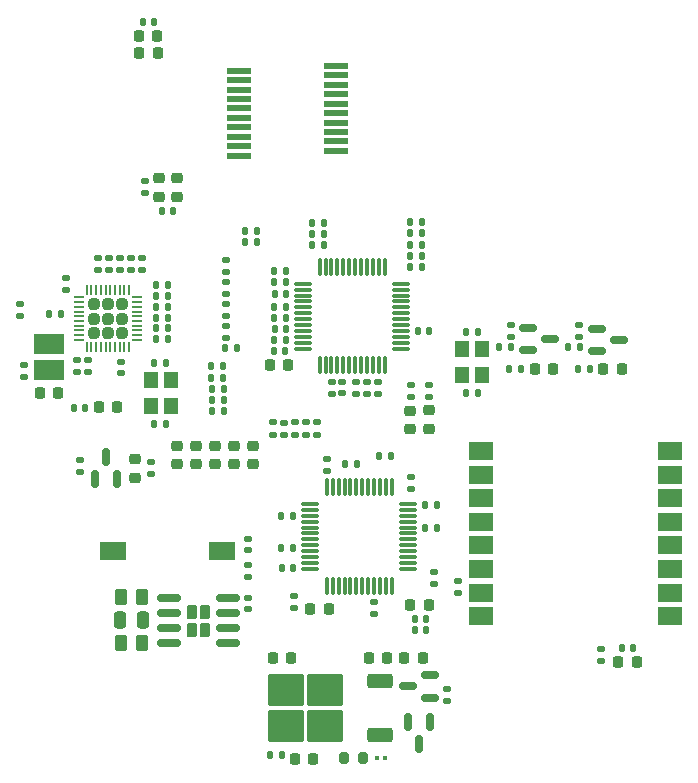
<source format=gbr>
%TF.GenerationSoftware,KiCad,Pcbnew,8.0.5*%
%TF.CreationDate,2025-11-07T08:13:22-03:00*%
%TF.ProjectId,sfp_moduloIC,7366705f-6d6f-4647-956c-6f49432e6b69,v1.0*%
%TF.SameCoordinates,Original*%
%TF.FileFunction,Paste,Top*%
%TF.FilePolarity,Positive*%
%FSLAX46Y46*%
G04 Gerber Fmt 4.6, Leading zero omitted, Abs format (unit mm)*
G04 Created by KiCad (PCBNEW 8.0.5) date 2025-11-07 08:13:22*
%MOMM*%
%LPD*%
G01*
G04 APERTURE LIST*
G04 Aperture macros list*
%AMRoundRect*
0 Rectangle with rounded corners*
0 $1 Rounding radius*
0 $2 $3 $4 $5 $6 $7 $8 $9 X,Y pos of 4 corners*
0 Add a 4 corners polygon primitive as box body*
4,1,4,$2,$3,$4,$5,$6,$7,$8,$9,$2,$3,0*
0 Add four circle primitives for the rounded corners*
1,1,$1+$1,$2,$3*
1,1,$1+$1,$4,$5*
1,1,$1+$1,$6,$7*
1,1,$1+$1,$8,$9*
0 Add four rect primitives between the rounded corners*
20,1,$1+$1,$2,$3,$4,$5,0*
20,1,$1+$1,$4,$5,$6,$7,0*
20,1,$1+$1,$6,$7,$8,$9,0*
20,1,$1+$1,$8,$9,$2,$3,0*%
G04 Aperture macros list end*
%ADD10RoundRect,0.140000X-0.140000X-0.170000X0.140000X-0.170000X0.140000X0.170000X-0.140000X0.170000X0*%
%ADD11RoundRect,0.225000X0.225000X0.250000X-0.225000X0.250000X-0.225000X-0.250000X0.225000X-0.250000X0*%
%ADD12RoundRect,0.140000X-0.170000X0.140000X-0.170000X-0.140000X0.170000X-0.140000X0.170000X0.140000X0*%
%ADD13RoundRect,0.150000X-0.587500X-0.150000X0.587500X-0.150000X0.587500X0.150000X-0.587500X0.150000X0*%
%ADD14RoundRect,0.140000X0.140000X0.170000X-0.140000X0.170000X-0.140000X-0.170000X0.140000X-0.170000X0*%
%ADD15RoundRect,0.150000X-0.150000X0.587500X-0.150000X-0.587500X0.150000X-0.587500X0.150000X0.587500X0*%
%ADD16RoundRect,0.218750X0.218750X0.256250X-0.218750X0.256250X-0.218750X-0.256250X0.218750X-0.256250X0*%
%ADD17RoundRect,0.242500X-0.242500X0.242500X-0.242500X-0.242500X0.242500X-0.242500X0.242500X0.242500X0*%
%ADD18RoundRect,0.062500X-0.062500X0.350000X-0.062500X-0.350000X0.062500X-0.350000X0.062500X0.350000X0*%
%ADD19RoundRect,0.062500X-0.350000X0.062500X-0.350000X-0.062500X0.350000X-0.062500X0.350000X0.062500X0*%
%ADD20RoundRect,0.218750X-0.256250X0.218750X-0.256250X-0.218750X0.256250X-0.218750X0.256250X0.218750X0*%
%ADD21RoundRect,0.135000X0.135000X0.185000X-0.135000X0.185000X-0.135000X-0.185000X0.135000X-0.185000X0*%
%ADD22RoundRect,0.135000X-0.185000X0.135000X-0.185000X-0.135000X0.185000X-0.135000X0.185000X0.135000X0*%
%ADD23RoundRect,0.140000X0.170000X-0.140000X0.170000X0.140000X-0.170000X0.140000X-0.170000X-0.140000X0*%
%ADD24RoundRect,0.135000X-0.135000X-0.185000X0.135000X-0.185000X0.135000X0.185000X-0.135000X0.185000X0*%
%ADD25RoundRect,0.135000X0.185000X-0.135000X0.185000X0.135000X-0.185000X0.135000X-0.185000X-0.135000X0*%
%ADD26RoundRect,0.218750X0.256250X-0.218750X0.256250X0.218750X-0.256250X0.218750X-0.256250X-0.218750X0*%
%ADD27RoundRect,0.150000X0.150000X-0.587500X0.150000X0.587500X-0.150000X0.587500X-0.150000X-0.587500X0*%
%ADD28RoundRect,0.225000X-0.225000X-0.250000X0.225000X-0.250000X0.225000X0.250000X-0.225000X0.250000X0*%
%ADD29R,2.000000X0.500000*%
%ADD30RoundRect,0.250000X0.262500X0.450000X-0.262500X0.450000X-0.262500X-0.450000X0.262500X-0.450000X0*%
%ADD31R,1.200000X1.400000*%
%ADD32R,2.000000X1.500000*%
%ADD33RoundRect,0.250000X-0.262500X-0.450000X0.262500X-0.450000X0.262500X0.450000X-0.262500X0.450000X0*%
%ADD34RoundRect,0.200000X-0.200000X-0.275000X0.200000X-0.275000X0.200000X0.275000X-0.200000X0.275000X0*%
%ADD35RoundRect,0.230000X-0.230000X-0.375000X0.230000X-0.375000X0.230000X0.375000X-0.230000X0.375000X0*%
%ADD36RoundRect,0.150000X-0.825000X-0.150000X0.825000X-0.150000X0.825000X0.150000X-0.825000X0.150000X0*%
%ADD37RoundRect,0.225000X-0.250000X0.225000X-0.250000X-0.225000X0.250000X-0.225000X0.250000X0.225000X0*%
%ADD38R,2.180000X1.600000*%
%ADD39RoundRect,0.150000X0.587500X0.150000X-0.587500X0.150000X-0.587500X-0.150000X0.587500X-0.150000X0*%
%ADD40R,2.650000X1.800000*%
%ADD41RoundRect,0.250000X0.850000X0.350000X-0.850000X0.350000X-0.850000X-0.350000X0.850000X-0.350000X0*%
%ADD42RoundRect,0.250000X1.275000X1.125000X-1.275000X1.125000X-1.275000X-1.125000X1.275000X-1.125000X0*%
%ADD43RoundRect,0.079500X-0.079500X-0.100500X0.079500X-0.100500X0.079500X0.100500X-0.079500X0.100500X0*%
%ADD44RoundRect,0.250000X-0.250000X-0.475000X0.250000X-0.475000X0.250000X0.475000X-0.250000X0.475000X0*%
%ADD45RoundRect,0.075000X0.075000X-0.662500X0.075000X0.662500X-0.075000X0.662500X-0.075000X-0.662500X0*%
%ADD46RoundRect,0.075000X0.662500X-0.075000X0.662500X0.075000X-0.662500X0.075000X-0.662500X-0.075000X0*%
%ADD47RoundRect,0.075000X-0.662500X-0.075000X0.662500X-0.075000X0.662500X0.075000X-0.662500X0.075000X0*%
%ADD48RoundRect,0.075000X-0.075000X-0.662500X0.075000X-0.662500X0.075000X0.662500X-0.075000X0.662500X0*%
G04 APERTURE END LIST*
D10*
%TO.C,C36*%
X150570001Y-104300000D03*
X151530001Y-104300000D03*
%TD*%
D11*
%TO.C,C11*%
X148265001Y-107570000D03*
X146715001Y-107570000D03*
%TD*%
D12*
%TO.C,C14*%
X147442501Y-84250000D03*
X147442501Y-85210000D03*
%TD*%
D13*
%TO.C,Q4*%
X160181701Y-79660750D03*
X160181701Y-81560750D03*
X162056701Y-80610750D03*
%TD*%
D14*
%TO.C,C9*%
X139630001Y-81610000D03*
X138670001Y-81610000D03*
%TD*%
D15*
%TO.C,Q1*%
X151870001Y-113000000D03*
X149970001Y-113000000D03*
X150920001Y-114875000D03*
%TD*%
D10*
%TO.C,C34*%
X128690001Y-79695000D03*
X129650001Y-79695000D03*
%TD*%
%TO.C,C18*%
X128690001Y-75995000D03*
X129650001Y-75995000D03*
%TD*%
D16*
%TO.C,D4*%
X141997500Y-116130000D03*
X140422500Y-116130000D03*
%TD*%
%TO.C,D12*%
X168104201Y-83155750D03*
X166529201Y-83155750D03*
%TD*%
D17*
%TO.C,U5*%
X125802501Y-77665000D03*
X124602501Y-77665000D03*
X123402501Y-77665000D03*
X125802501Y-78865000D03*
X124602501Y-78865000D03*
X123402501Y-78865000D03*
X125802501Y-80065000D03*
X124602501Y-80065000D03*
X123402501Y-80065000D03*
D18*
X126402501Y-76427500D03*
X126002501Y-76427500D03*
X125602501Y-76427500D03*
X125202501Y-76427500D03*
X124802501Y-76427500D03*
X124402501Y-76427500D03*
X124002501Y-76427500D03*
X123602501Y-76427500D03*
X123202501Y-76427500D03*
X122802501Y-76427500D03*
D19*
X122165001Y-77065000D03*
X122165001Y-77465000D03*
X122165001Y-77865000D03*
X122165001Y-78265000D03*
X122165001Y-78665000D03*
X122165001Y-79065000D03*
X122165001Y-79465000D03*
X122165001Y-79865000D03*
X122165001Y-80265000D03*
X122165001Y-80665000D03*
D18*
X122802501Y-81302500D03*
X123202501Y-81302500D03*
X123602501Y-81302500D03*
X124002501Y-81302500D03*
X124402501Y-81302500D03*
X124802501Y-81302500D03*
X125202501Y-81302500D03*
X125602501Y-81302500D03*
X126002501Y-81302500D03*
X126402501Y-81302500D03*
D19*
X127040001Y-80665000D03*
X127040001Y-80265000D03*
X127040001Y-79865000D03*
X127040001Y-79465000D03*
X127040001Y-79065000D03*
X127040001Y-78665000D03*
X127040001Y-78265000D03*
X127040001Y-77865000D03*
X127040001Y-77465000D03*
X127040001Y-77065000D03*
%TD*%
D14*
%TO.C,C45*%
X122685001Y-86410000D03*
X121725001Y-86410000D03*
%TD*%
D20*
%TO.C,D11*%
X130480001Y-89615000D03*
X130480001Y-91190000D03*
%TD*%
D10*
%TO.C,C3*%
X154940001Y-85140000D03*
X155900001Y-85140000D03*
%TD*%
D21*
%TO.C,R17*%
X142920001Y-71690000D03*
X141900001Y-71690000D03*
%TD*%
D22*
%TO.C,R55*%
X164524201Y-79390750D03*
X164524201Y-80410750D03*
%TD*%
D14*
%TO.C,C4*%
X155900001Y-80010000D03*
X154940001Y-80010000D03*
%TD*%
D22*
%TO.C,R43*%
X139490001Y-87670000D03*
X139490001Y-88690000D03*
%TD*%
D23*
%TO.C,C46*%
X136460001Y-98490000D03*
X136460001Y-97530000D03*
%TD*%
D14*
%TO.C,C2*%
X139690001Y-76820000D03*
X138730001Y-76820000D03*
%TD*%
D21*
%TO.C,R18*%
X142920001Y-72640000D03*
X141900001Y-72640000D03*
%TD*%
%TO.C,R60*%
X164574201Y-81300750D03*
X163554201Y-81300750D03*
%TD*%
D23*
%TO.C,C25*%
X123730001Y-74710000D03*
X123730001Y-73750000D03*
%TD*%
D24*
%TO.C,R32*%
X138620001Y-80660000D03*
X139640001Y-80660000D03*
%TD*%
D20*
%TO.C,D7*%
X136880001Y-89622500D03*
X136880001Y-91197500D03*
%TD*%
D22*
%TO.C,R30*%
X134595500Y-75764501D03*
X134595500Y-76784501D03*
%TD*%
D24*
%TO.C,R13*%
X150150001Y-72610000D03*
X151170001Y-72610000D03*
%TD*%
D14*
%TO.C,C5*%
X139690001Y-79730000D03*
X138730001Y-79730000D03*
%TD*%
D16*
%TO.C,D5*%
X143315001Y-103420000D03*
X141740001Y-103420000D03*
%TD*%
D20*
%TO.C,D9*%
X133680001Y-89622500D03*
X133680001Y-91197500D03*
%TD*%
D22*
%TO.C,R26*%
X151798801Y-84487600D03*
X151798801Y-85507600D03*
%TD*%
D10*
%TO.C,C22*%
X134540001Y-81390000D03*
X135500001Y-81390000D03*
%TD*%
D20*
%TO.C,D6*%
X126910001Y-90762500D03*
X126910001Y-92337500D03*
%TD*%
D25*
%TO.C,R29*%
X134595500Y-80504501D03*
X134595500Y-79484501D03*
%TD*%
D20*
%TO.C,D10*%
X132080001Y-89622500D03*
X132080001Y-91197500D03*
%TD*%
D12*
%TO.C,C51*%
X166372501Y-106880000D03*
X166372501Y-107840000D03*
%TD*%
D21*
%TO.C,R23*%
X139700001Y-77850000D03*
X138680001Y-77850000D03*
%TD*%
D14*
%TO.C,C31*%
X140297501Y-100010000D03*
X139337501Y-100010000D03*
%TD*%
D22*
%TO.C,R46*%
X142320001Y-87660000D03*
X142320001Y-88680000D03*
%TD*%
D12*
%TO.C,C6*%
X143532501Y-84250000D03*
X143532501Y-85210000D03*
%TD*%
D10*
%TO.C,C39*%
X150570001Y-105220000D03*
X151530001Y-105220000D03*
%TD*%
D11*
%TO.C,C48*%
X128785001Y-54940000D03*
X127235001Y-54940000D03*
%TD*%
D26*
%TO.C,L3*%
X130470001Y-68550000D03*
X130470001Y-66975000D03*
%TD*%
D21*
%TO.C,R62*%
X158734201Y-81300750D03*
X157714201Y-81300750D03*
%TD*%
%TO.C,R61*%
X159614201Y-83090750D03*
X158594201Y-83090750D03*
%TD*%
D22*
%TO.C,R44*%
X140430001Y-87660000D03*
X140430001Y-88680000D03*
%TD*%
D12*
%TO.C,C16*%
X136447501Y-102533750D03*
X136447501Y-103493750D03*
%TD*%
D27*
%TO.C,Q2*%
X123470001Y-92427500D03*
X125370001Y-92427500D03*
X124420001Y-90552500D03*
%TD*%
D16*
%TO.C,D13*%
X162319201Y-83110750D03*
X160744201Y-83110750D03*
%TD*%
D24*
%TO.C,R51*%
X151450001Y-96590000D03*
X152470001Y-96590000D03*
%TD*%
D12*
%TO.C,C37*%
X125670001Y-82500000D03*
X125670001Y-83460000D03*
%TD*%
D10*
%TO.C,C20*%
X128690001Y-77845000D03*
X129650001Y-77845000D03*
%TD*%
D28*
%TO.C,C53*%
X167802501Y-107950000D03*
X169352501Y-107950000D03*
%TD*%
D12*
%TO.C,C32*%
X122910001Y-82400000D03*
X122910001Y-83360000D03*
%TD*%
D29*
%TO.C,J6*%
X143915001Y-64670000D03*
X143915001Y-63870000D03*
X143915001Y-63070000D03*
X143915001Y-62270000D03*
X143915001Y-61470000D03*
X143915001Y-60670000D03*
X143915001Y-59870000D03*
X143915001Y-59070000D03*
X143915001Y-58270000D03*
X143915001Y-57470000D03*
X135715001Y-57870000D03*
X135715001Y-58670000D03*
X135715001Y-59470000D03*
X135715001Y-60270000D03*
X135715001Y-61070000D03*
X135715001Y-61870000D03*
X135715001Y-62670000D03*
X135715001Y-63470000D03*
X135715001Y-64270000D03*
X135715001Y-65070000D03*
%TD*%
D28*
%TO.C,C42*%
X150205001Y-103100000D03*
X151755001Y-103100000D03*
%TD*%
D10*
%TO.C,C23*%
X128540001Y-87760000D03*
X129500001Y-87760000D03*
%TD*%
D26*
%TO.C,D2*%
X150190001Y-88230000D03*
X150190001Y-86655000D03*
%TD*%
D30*
%TO.C,R1*%
X127510001Y-106350000D03*
X125685001Y-106350000D03*
%TD*%
D21*
%TO.C,R24*%
X139700001Y-78800000D03*
X138680001Y-78800000D03*
%TD*%
D10*
%TO.C,C21*%
X128690001Y-78775000D03*
X129650001Y-78775000D03*
%TD*%
D21*
%TO.C,R37*%
X134370001Y-82900000D03*
X133350001Y-82900000D03*
%TD*%
D20*
%TO.C,D8*%
X135280001Y-89620000D03*
X135280001Y-91195000D03*
%TD*%
D31*
%TO.C,Y2*%
X128240001Y-84100000D03*
X128240001Y-86300000D03*
X129940001Y-86300000D03*
X129940001Y-84100000D03*
%TD*%
D24*
%TO.C,R11*%
X150150001Y-74500000D03*
X151170001Y-74500000D03*
%TD*%
D21*
%TO.C,R8*%
X148605201Y-90475600D03*
X147585201Y-90475600D03*
%TD*%
%TO.C,R58*%
X137210001Y-71440000D03*
X136190001Y-71440000D03*
%TD*%
D23*
%TO.C,C28*%
X125580001Y-74720000D03*
X125580001Y-73760000D03*
%TD*%
D10*
%TO.C,C1*%
X150852501Y-79910000D03*
X151812501Y-79910000D03*
%TD*%
D32*
%TO.C,U6*%
X172160001Y-104070000D03*
X172160001Y-102070000D03*
X172160001Y-100070000D03*
X172160001Y-98070000D03*
X172160001Y-96070000D03*
X172160001Y-94070000D03*
X172160001Y-92070000D03*
X172160001Y-90070000D03*
X156160001Y-90070000D03*
X156160001Y-92070000D03*
X156160001Y-94070000D03*
X156160001Y-96070000D03*
X156160001Y-98070000D03*
X156160001Y-100070000D03*
X156160001Y-102070000D03*
X156160001Y-104070000D03*
%TD*%
D28*
%TO.C,C12*%
X149685001Y-107560000D03*
X151235001Y-107560000D03*
%TD*%
D33*
%TO.C,R19*%
X125677501Y-102470000D03*
X127502501Y-102470000D03*
%TD*%
D28*
%TO.C,C17*%
X138565000Y-107575000D03*
X140115000Y-107575000D03*
%TD*%
D10*
%TO.C,C26*%
X128690001Y-80625000D03*
X129650001Y-80625000D03*
%TD*%
D22*
%TO.C,R45*%
X141370001Y-87660000D03*
X141370001Y-88680000D03*
%TD*%
D21*
%TO.C,R22*%
X139700001Y-75790000D03*
X138680001Y-75790000D03*
%TD*%
%TO.C,R21*%
X139700001Y-74830000D03*
X138680001Y-74830000D03*
%TD*%
D16*
%TO.C,L2*%
X128797501Y-56400000D03*
X127222501Y-56400000D03*
%TD*%
D34*
%TO.C,R27*%
X144585000Y-116045000D03*
X146235000Y-116045000D03*
%TD*%
D12*
%TO.C,C33*%
X147127501Y-102900000D03*
X147127501Y-103860000D03*
%TD*%
D24*
%TO.C,R15*%
X150150001Y-70720000D03*
X151170001Y-70720000D03*
%TD*%
D22*
%TO.C,R10*%
X152220001Y-100310000D03*
X152220001Y-101330000D03*
%TD*%
%TO.C,R36*%
X122240001Y-90822500D03*
X122240001Y-91842500D03*
%TD*%
D23*
%TO.C,C27*%
X143180001Y-91730000D03*
X143180001Y-90770000D03*
%TD*%
D21*
%TO.C,R38*%
X134380001Y-83860000D03*
X133360001Y-83860000D03*
%TD*%
%TO.C,R35*%
X140310001Y-95550000D03*
X139290001Y-95550000D03*
%TD*%
D25*
%TO.C,R49*%
X126520001Y-74770000D03*
X126520001Y-73750000D03*
%TD*%
%TO.C,R47*%
X128210001Y-92060000D03*
X128210001Y-91040000D03*
%TD*%
D26*
%TO.C,D3*%
X151808801Y-88195100D03*
X151808801Y-86620100D03*
%TD*%
D31*
%TO.C,Y1*%
X154570001Y-81470000D03*
X154570001Y-83670000D03*
X156270001Y-83670000D03*
X156270001Y-81470000D03*
%TD*%
D25*
%TO.C,R28*%
X134605500Y-74914501D03*
X134605500Y-73894501D03*
%TD*%
D12*
%TO.C,C40*%
X121970001Y-82400000D03*
X121970001Y-83360000D03*
%TD*%
D21*
%TO.C,R39*%
X134390001Y-84800000D03*
X133370001Y-84800000D03*
%TD*%
%TO.C,R57*%
X137210001Y-72390000D03*
X136190001Y-72390000D03*
%TD*%
D35*
%TO.C,U1*%
X131710001Y-103690000D03*
X131710001Y-105190000D03*
X132850001Y-103690000D03*
X132850001Y-105190000D03*
D36*
X129805001Y-102535000D03*
X129805001Y-103805000D03*
X129805001Y-105075000D03*
X129805001Y-106345000D03*
X134755001Y-106345000D03*
X134755001Y-105075000D03*
X134755001Y-103805000D03*
X134755001Y-102535000D03*
%TD*%
D37*
%TO.C,C55*%
X128920001Y-66987500D03*
X128920001Y-68537500D03*
%TD*%
D14*
%TO.C,C24*%
X129500001Y-82640000D03*
X128540001Y-82640000D03*
%TD*%
D12*
%TO.C,C7*%
X144452501Y-84240000D03*
X144452501Y-85200000D03*
%TD*%
D14*
%TO.C,C49*%
X128500001Y-53750000D03*
X127540001Y-53750000D03*
%TD*%
D22*
%TO.C,R7*%
X153300001Y-110260001D03*
X153300001Y-111280001D03*
%TD*%
D13*
%TO.C,Q3*%
X165984201Y-79730750D03*
X165984201Y-81630750D03*
X167859201Y-80680750D03*
%TD*%
D10*
%TO.C,C29*%
X151467501Y-94620000D03*
X152427501Y-94620000D03*
%TD*%
D21*
%TO.C,R50*%
X140310001Y-98330000D03*
X139290001Y-98330000D03*
%TD*%
%TO.C,R54*%
X145709601Y-91136000D03*
X144689601Y-91136000D03*
%TD*%
D14*
%TO.C,C52*%
X130150001Y-69722500D03*
X129190001Y-69722500D03*
%TD*%
D23*
%TO.C,C35*%
X121018801Y-76420000D03*
X121018801Y-75460000D03*
%TD*%
D28*
%TO.C,C47*%
X123820001Y-86390000D03*
X125370001Y-86390000D03*
%TD*%
D21*
%TO.C,R40*%
X134400001Y-85750000D03*
X133380001Y-85750000D03*
%TD*%
D22*
%TO.C,R52*%
X136450001Y-99720000D03*
X136450001Y-100740000D03*
%TD*%
D38*
%TO.C,SW1*%
X125040001Y-98500000D03*
X134220001Y-98500000D03*
%TD*%
D21*
%TO.C,R56*%
X165404201Y-83160750D03*
X164384201Y-83160750D03*
%TD*%
%TO.C,R33*%
X139300000Y-115785000D03*
X138280000Y-115785000D03*
%TD*%
D25*
%TO.C,R34*%
X140370001Y-103410000D03*
X140370001Y-102390000D03*
%TD*%
D23*
%TO.C,C30*%
X127450001Y-74720000D03*
X127450001Y-73760000D03*
%TD*%
D22*
%TO.C,R25*%
X150228801Y-84507600D03*
X150228801Y-85527600D03*
%TD*%
D10*
%TO.C,C19*%
X128690001Y-76915000D03*
X129650001Y-76915000D03*
%TD*%
D24*
%TO.C,R14*%
X150150001Y-71660000D03*
X151170001Y-71660000D03*
%TD*%
D22*
%TO.C,R48*%
X117190001Y-77600000D03*
X117190001Y-78620000D03*
%TD*%
D12*
%TO.C,C54*%
X127730001Y-67242500D03*
X127730001Y-68202500D03*
%TD*%
D22*
%TO.C,R9*%
X150250001Y-92290000D03*
X150250001Y-93310000D03*
%TD*%
D39*
%TO.C,D1*%
X151840001Y-110950000D03*
X151840001Y-109050000D03*
X149965001Y-110000000D03*
%TD*%
D21*
%TO.C,R16*%
X142920001Y-70750000D03*
X141900001Y-70750000D03*
%TD*%
D40*
%TO.C,L1*%
X119610001Y-83210000D03*
X119610001Y-81010000D03*
%TD*%
D41*
%TO.C,U3*%
X147610001Y-114090000D03*
D42*
X142985001Y-113335000D03*
X142985001Y-110285000D03*
X139635001Y-113335000D03*
X139635001Y-110285000D03*
D41*
X147610001Y-109530000D03*
%TD*%
D12*
%TO.C,C15*%
X145582501Y-84252500D03*
X145582501Y-85212500D03*
%TD*%
D22*
%TO.C,R31*%
X134595500Y-77624501D03*
X134595500Y-78644501D03*
%TD*%
D25*
%TO.C,R53*%
X154270001Y-102060000D03*
X154270001Y-101040000D03*
%TD*%
D11*
%TO.C,C10*%
X139880001Y-82800000D03*
X138330001Y-82800000D03*
%TD*%
D43*
%TO.C,R20*%
X147375000Y-116045000D03*
X148065000Y-116045000D03*
%TD*%
D44*
%TO.C,C13*%
X125645001Y-104420000D03*
X127545001Y-104420000D03*
%TD*%
D45*
%TO.C,U4*%
X143130001Y-101472500D03*
X143630001Y-101472500D03*
X144130001Y-101472500D03*
X144630001Y-101472500D03*
X145130001Y-101472500D03*
X145630001Y-101472500D03*
X146130001Y-101472500D03*
X146630001Y-101472500D03*
X147130001Y-101472500D03*
X147630001Y-101472500D03*
X148130001Y-101472500D03*
X148630001Y-101472500D03*
D46*
X150042501Y-100060000D03*
X150042501Y-99560000D03*
X150042501Y-99060000D03*
X150042501Y-98560000D03*
X150042501Y-98060000D03*
X150042501Y-97560000D03*
X150042501Y-97060000D03*
X150042501Y-96560000D03*
X150042501Y-96060000D03*
X150042501Y-95560000D03*
X150042501Y-95060000D03*
X150042501Y-94560000D03*
D45*
X148630001Y-93147500D03*
X148130001Y-93147500D03*
X147630001Y-93147500D03*
X147130001Y-93147500D03*
X146630001Y-93147500D03*
X146130001Y-93147500D03*
X145630001Y-93147500D03*
X145130001Y-93147500D03*
X144630001Y-93147500D03*
X144130001Y-93147500D03*
X143630001Y-93147500D03*
X143130001Y-93147500D03*
D46*
X141717501Y-94560000D03*
X141717501Y-95060000D03*
X141717501Y-95560000D03*
X141717501Y-96060000D03*
X141717501Y-96560000D03*
X141717501Y-97060000D03*
X141717501Y-97560000D03*
X141717501Y-98060000D03*
X141717501Y-98560000D03*
X141717501Y-99060000D03*
X141717501Y-99560000D03*
X141717501Y-100060000D03*
%TD*%
D21*
%TO.C,R41*%
X134410001Y-86690000D03*
X133390001Y-86690000D03*
%TD*%
D14*
%TO.C,C43*%
X120605536Y-78506266D03*
X119645536Y-78506266D03*
%TD*%
D47*
%TO.C,U2*%
X141110001Y-75910000D03*
X141110001Y-76410000D03*
X141110001Y-76910000D03*
X141110001Y-77410000D03*
X141110001Y-77910000D03*
X141110001Y-78410000D03*
X141110001Y-78910000D03*
X141110001Y-79410000D03*
X141110001Y-79910000D03*
X141110001Y-80410000D03*
X141110001Y-80910000D03*
X141110001Y-81410000D03*
D48*
X142522501Y-82822500D03*
X143022501Y-82822500D03*
X143522501Y-82822500D03*
X144022501Y-82822500D03*
X144522501Y-82822500D03*
X145022501Y-82822500D03*
X145522501Y-82822500D03*
X146022501Y-82822500D03*
X146522501Y-82822500D03*
X147022501Y-82822500D03*
X147522501Y-82822500D03*
X148022501Y-82822500D03*
D47*
X149435001Y-81410000D03*
X149435001Y-80910000D03*
X149435001Y-80410000D03*
X149435001Y-79910000D03*
X149435001Y-79410000D03*
X149435001Y-78910000D03*
X149435001Y-78410000D03*
X149435001Y-77910000D03*
X149435001Y-77410000D03*
X149435001Y-76910000D03*
X149435001Y-76410000D03*
X149435001Y-75910000D03*
D48*
X148022501Y-74497500D03*
X147522501Y-74497500D03*
X147022501Y-74497500D03*
X146522501Y-74497500D03*
X146022501Y-74497500D03*
X145522501Y-74497500D03*
X145022501Y-74497500D03*
X144522501Y-74497500D03*
X144022501Y-74497500D03*
X143522501Y-74497500D03*
X143022501Y-74497500D03*
X142522501Y-74497500D03*
%TD*%
D24*
%TO.C,R12*%
X150150001Y-73560000D03*
X151170001Y-73560000D03*
%TD*%
D22*
%TO.C,R59*%
X158721701Y-79380750D03*
X158721701Y-80400750D03*
%TD*%
%TO.C,R42*%
X138550001Y-87660000D03*
X138550001Y-88680000D03*
%TD*%
D10*
%TO.C,C50*%
X168127501Y-106720000D03*
X169087501Y-106720000D03*
%TD*%
D12*
%TO.C,C8*%
X146512501Y-84250000D03*
X146512501Y-85210000D03*
%TD*%
%TO.C,C38*%
X117490001Y-82820000D03*
X117490001Y-83780000D03*
%TD*%
D11*
%TO.C,C41*%
X120375001Y-85140000D03*
X118825001Y-85140000D03*
%TD*%
D23*
%TO.C,C44*%
X124660001Y-74720000D03*
X124660001Y-73760000D03*
%TD*%
M02*

</source>
